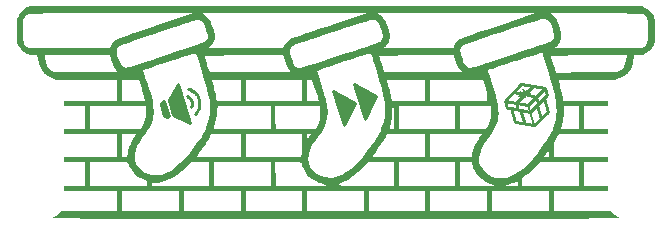
<source format=gbr>
G04 #@! TF.GenerationSoftware,KiCad,Pcbnew,7.0.8*
G04 #@! TF.CreationDate,2023-11-05T18:38:43+01:00*
G04 #@! TF.ProjectId,Middle,4d696464-6c65-42e6-9b69-6361645f7063,rev?*
G04 #@! TF.SameCoordinates,Original*
G04 #@! TF.FileFunction,Legend,Top*
G04 #@! TF.FilePolarity,Positive*
%FSLAX46Y46*%
G04 Gerber Fmt 4.6, Leading zero omitted, Abs format (unit mm)*
G04 Created by KiCad (PCBNEW 7.0.8) date 2023-11-05 18:38:43*
%MOMM*%
%LPD*%
G01*
G04 APERTURE LIST*
G04 Aperture macros list*
%AMRoundRect*
0 Rectangle with rounded corners*
0 $1 Rounding radius*
0 $2 $3 $4 $5 $6 $7 $8 $9 X,Y pos of 4 corners*
0 Add a 4 corners polygon primitive as box body*
4,1,4,$2,$3,$4,$5,$6,$7,$8,$9,$2,$3,0*
0 Add four circle primitives for the rounded corners*
1,1,$1+$1,$2,$3*
1,1,$1+$1,$4,$5*
1,1,$1+$1,$6,$7*
1,1,$1+$1,$8,$9*
0 Add four rect primitives between the rounded corners*
20,1,$1+$1,$2,$3,$4,$5,0*
20,1,$1+$1,$4,$5,$6,$7,0*
20,1,$1+$1,$6,$7,$8,$9,0*
20,1,$1+$1,$8,$9,$2,$3,0*%
G04 Aperture macros list end*
%ADD10C,0.230420*%
%ADD11C,0.256022*%
%ADD12C,0.242587*%
%ADD13C,0.255004*%
%ADD14C,0.161307*%
%ADD15C,0.230426*%
%ADD16C,0.161724*%
%ADD17R,1.700000X1.700000*%
%ADD18O,1.700000X1.700000*%
%ADD19RoundRect,0.205000X0.557000X-0.205000X0.557000X0.205000X-0.557000X0.205000X-0.557000X-0.205000X0*%
%ADD20RoundRect,0.215500X0.546500X-0.215500X0.546500X0.215500X-0.546500X0.215500X-0.546500X-0.215500X0*%
%ADD21RoundRect,0.250000X0.512000X-0.250000X0.512000X0.250000X-0.512000X0.250000X-0.512000X-0.250000X0*%
%ADD22O,2.200000X1.000000*%
G04 APERTURE END LIST*
D10*
X117606128Y-67009845D02*
X117683716Y-67041492D01*
X118239790Y-67521935D02*
X118282161Y-67593720D01*
D11*
X117772197Y-68016026D02*
X117781739Y-68049930D01*
X117441656Y-67631966D02*
X117472746Y-67648106D01*
D10*
X117830790Y-67119100D02*
X117899882Y-67164697D01*
D12*
X145256958Y-68156818D02*
X145438330Y-68739170D01*
D11*
X117718201Y-68519843D02*
X117700000Y-68550000D01*
X117747656Y-67950227D02*
X117760800Y-67982699D01*
D13*
X117669073Y-69828709D02*
X116241241Y-69205087D01*
X115836798Y-67906611D01*
X116657992Y-66582481D01*
X117669073Y-69828709D01*
G36*
X117669073Y-69828709D02*
G01*
X116241241Y-69205087D01*
X115836798Y-67906611D01*
X116657992Y-66582481D01*
X117669073Y-69828709D01*
G37*
D12*
X147660488Y-66929094D02*
X146239511Y-68329941D01*
D11*
X117678665Y-67830030D02*
X117698271Y-67858511D01*
D10*
X118206837Y-68938551D02*
X118156088Y-69005916D01*
D11*
X117732819Y-67918666D02*
X117747656Y-67950227D01*
D10*
X118422872Y-68404838D02*
X118407337Y-68485912D01*
X118156088Y-69005916D02*
X118100545Y-69070277D01*
D11*
X117789738Y-68325063D02*
X117782353Y-68358791D01*
D14*
X145966169Y-67452393D02*
X146446051Y-67307337D01*
D10*
X118420369Y-67991020D02*
X118431756Y-68074039D01*
X118319926Y-67668519D02*
X118352889Y-67746150D01*
X117443836Y-66961775D02*
X117526102Y-66983212D01*
D11*
X117795285Y-68291009D02*
X117789738Y-68325063D01*
D12*
X144274405Y-67983747D02*
X145693306Y-66576272D01*
X145256958Y-68156818D02*
X145967440Y-67456401D01*
D15*
X133380805Y-67593146D02*
X132430158Y-69491755D01*
X131520185Y-66570192D01*
X133380805Y-67593146D01*
G36*
X133380805Y-67593146D02*
G01*
X132430158Y-69491755D01*
X131520185Y-66570192D01*
X133380805Y-67593146D01*
G37*
D14*
X145967433Y-67456414D02*
X146035454Y-67674802D01*
D12*
X145438330Y-68739170D02*
X145256958Y-68156818D01*
D16*
X146420896Y-68912280D02*
X146783666Y-70076970D01*
D11*
X117585914Y-67728098D02*
X117611147Y-67751668D01*
D10*
X118329725Y-68721044D02*
X118293714Y-68795853D01*
X118193010Y-67453346D02*
X118239790Y-67521935D01*
D11*
X117798871Y-68153060D02*
X117800786Y-68187653D01*
D12*
X145966182Y-67452367D02*
X144984887Y-67283317D01*
X145967440Y-67456401D02*
X146949993Y-67629498D01*
D10*
X118282161Y-67593720D02*
X118319926Y-67668519D01*
X117899882Y-67164697D02*
X117965748Y-67214581D01*
D11*
X117611147Y-67751668D02*
X117635051Y-67776552D01*
X117798982Y-68256704D02*
X117795285Y-68291009D01*
X117789359Y-68084122D02*
X117795066Y-68118524D01*
D10*
X117683716Y-67041492D02*
X117758669Y-67077971D01*
D11*
X117762105Y-68424959D02*
X117749265Y-68457247D01*
X117782353Y-68358791D02*
X117773138Y-68392115D01*
D10*
X118431756Y-68074039D02*
X118437641Y-68157191D01*
D11*
X117657574Y-67802691D02*
X117678665Y-67830030D01*
D12*
X146677922Y-66755984D02*
X145966182Y-67452367D01*
X147967798Y-68909608D02*
X146783667Y-70076970D01*
X146783666Y-70076970D02*
X145146078Y-69788479D01*
X145146077Y-69788479D02*
X144783307Y-68623776D01*
X144783307Y-68623776D02*
X146420896Y-68912280D01*
X146420896Y-68912280D02*
X147605041Y-67744918D01*
X147605041Y-67744918D02*
X147967798Y-68909608D01*
D10*
X118087014Y-67326481D02*
X118142019Y-67388134D01*
X118293714Y-68795853D02*
X118252732Y-68868443D01*
D13*
X115880014Y-69317614D02*
X115678986Y-69380207D01*
X115451688Y-69272946D01*
X115148365Y-68299082D01*
X115274544Y-68081732D01*
X115475585Y-68019139D01*
X115880014Y-69317614D01*
G36*
X115880014Y-69317614D02*
G01*
X115678986Y-69380207D01*
X115451688Y-69272946D01*
X115148365Y-68299082D01*
X115274544Y-68081732D01*
X115475585Y-68019139D01*
X115880014Y-69317614D01*
G37*
D11*
X117472746Y-67648106D02*
X117502769Y-67665846D01*
D10*
X117526102Y-66983212D02*
X117606128Y-67009845D01*
D11*
X117531673Y-67685130D02*
X117559406Y-67705900D01*
D12*
X144274405Y-67983747D02*
X144455790Y-68566085D01*
D10*
X117965748Y-67214581D02*
X118028191Y-67268570D01*
D12*
X145693306Y-66576272D02*
X147660488Y-66929094D01*
D10*
X118360705Y-68644276D02*
X118329725Y-68721044D01*
D11*
X117749265Y-68457247D02*
X117734626Y-68488900D01*
D12*
X147605041Y-67744918D02*
X147841860Y-67511445D01*
D11*
X117502769Y-67665846D02*
X117531673Y-67685130D01*
D14*
X145967427Y-67456414D02*
X146154661Y-67063709D01*
D12*
X146950006Y-67629511D02*
X147131378Y-68211863D01*
D10*
X118142019Y-67388134D02*
X118193010Y-67453346D01*
D14*
X145967433Y-67456414D02*
X145830367Y-67016369D01*
D10*
X118407337Y-68485912D02*
X118386595Y-68565811D01*
D11*
X117800819Y-68222227D02*
X117798982Y-68256704D01*
D10*
X118028191Y-67268570D02*
X118087014Y-67326481D01*
X118438083Y-68240217D02*
X118433140Y-68322853D01*
X117758669Y-67077971D02*
X117830790Y-67119100D01*
D12*
X147375719Y-69493296D02*
X147012962Y-68328592D01*
D11*
X117734626Y-68488900D02*
X117718201Y-68519843D01*
X117795066Y-68118524D02*
X117798871Y-68153060D01*
X117559406Y-67705900D02*
X117585914Y-67728098D01*
D10*
X118386595Y-68565811D02*
X118360705Y-68644276D01*
D11*
X117773138Y-68392115D02*
X117762105Y-68424959D01*
X117635051Y-67776552D02*
X117657574Y-67802691D01*
X117760800Y-67982699D02*
X117772197Y-68016026D01*
D10*
X118433140Y-68322853D02*
X118422872Y-68404838D01*
D11*
X117781739Y-68049930D02*
X117789359Y-68084122D01*
D10*
X118252732Y-68868443D02*
X118206837Y-68938551D01*
D12*
X146239511Y-68329941D02*
X144274405Y-67983747D01*
D11*
X117698271Y-67858511D02*
X117716339Y-67888075D01*
D12*
X147841860Y-67511445D02*
X147660488Y-66929094D01*
D14*
X145967433Y-67456414D02*
X145483426Y-67604972D01*
D12*
X145964872Y-69932731D02*
X145602115Y-68768041D01*
D11*
X117409550Y-67617485D02*
X117441656Y-67631966D01*
X117716339Y-67888075D02*
X117732819Y-67918666D01*
D10*
X118437641Y-68157191D02*
X118438083Y-68240217D01*
D15*
X131620534Y-68141413D02*
X130669874Y-70040009D01*
X129759914Y-67118445D01*
X131620534Y-68141413D01*
G36*
X131620534Y-68141413D02*
G01*
X130669874Y-70040009D01*
X129759914Y-67118445D01*
X131620534Y-68141413D01*
G37*
D10*
X118380852Y-67826431D02*
X118403420Y-67908397D01*
D12*
X144455790Y-68566085D02*
X144783307Y-68623789D01*
D11*
X117800786Y-68187653D02*
X117800819Y-68222227D01*
D16*
X146239511Y-68329941D02*
X146420896Y-68912280D01*
D10*
X118403420Y-67908397D02*
X118420369Y-67991020D01*
X118352889Y-67746150D02*
X118380852Y-67826431D01*
D14*
X145967433Y-67456414D02*
X145592971Y-67248012D01*
G36*
X156191404Y-60112347D02*
G01*
X156487748Y-60299526D01*
X156722572Y-60541871D01*
X156899611Y-60838317D01*
X156935347Y-60916693D01*
X156962515Y-60987952D01*
X156982289Y-61064848D01*
X156995844Y-61160131D01*
X157004353Y-61286553D01*
X157008990Y-61456868D01*
X157010931Y-61683827D01*
X157011348Y-61980182D01*
X157011352Y-62051920D01*
X157010887Y-62367366D01*
X157008839Y-62610495D01*
X157004224Y-62793799D01*
X156996061Y-62929765D01*
X156983367Y-63030885D01*
X156965162Y-63109648D01*
X156940462Y-63178543D01*
X156918942Y-63227241D01*
X156749777Y-63503373D01*
X156521362Y-63744292D01*
X156250330Y-63938923D01*
X155953313Y-64076190D01*
X155646946Y-64145014D01*
X155531913Y-64150918D01*
X155255429Y-64150918D01*
X155235670Y-64288731D01*
X155179825Y-64634295D01*
X155118741Y-64911147D01*
X155046375Y-65135380D01*
X154956682Y-65323085D01*
X154843618Y-65490355D01*
X154737842Y-65614256D01*
X154624177Y-65728137D01*
X154506315Y-65821431D01*
X154364768Y-65905872D01*
X154180044Y-65993192D01*
X153951382Y-66087680D01*
X153661436Y-66203141D01*
X151255008Y-66219275D01*
X150812055Y-66222469D01*
X150395484Y-66225904D01*
X150012831Y-66229491D01*
X149671631Y-66233138D01*
X149379420Y-66236752D01*
X149143735Y-66240244D01*
X148972110Y-66243521D01*
X148872083Y-66246491D01*
X148848581Y-66248471D01*
X148858523Y-66291994D01*
X148885804Y-66402404D01*
X148926605Y-66564459D01*
X148977107Y-66762918D01*
X148994114Y-66829362D01*
X149053409Y-67067663D01*
X149109465Y-67305341D01*
X149156236Y-67515965D01*
X149187673Y-67673108D01*
X149189285Y-67682236D01*
X149238923Y-67967279D01*
X151142750Y-67967279D01*
X153046578Y-67967279D01*
X153046578Y-68179299D01*
X153046578Y-68391319D01*
X152028881Y-68391319D01*
X151011185Y-68391319D01*
X151011185Y-69387813D01*
X151011185Y-70384307D01*
X152028881Y-70384307D01*
X153046578Y-70384307D01*
X153046578Y-70596327D01*
X153046578Y-70808347D01*
X150953726Y-70808347D01*
X148860874Y-70808347D01*
X148642708Y-71191281D01*
X148424541Y-71574214D01*
X148424541Y-72166573D01*
X148424541Y-72758932D01*
X150735559Y-72758932D01*
X153046578Y-72758932D01*
X153046578Y-72970952D01*
X153046578Y-73182972D01*
X152028881Y-73182972D01*
X151011185Y-73182972D01*
X151011185Y-74179466D01*
X151011185Y-75175960D01*
X152028881Y-75175960D01*
X153046578Y-75175960D01*
X153046578Y-75387980D01*
X153046578Y-75600000D01*
X150735559Y-75600000D01*
X148424541Y-75600000D01*
X148424541Y-76469282D01*
X148424541Y-77338564D01*
X150854453Y-77338564D01*
X153284365Y-77338564D01*
X153430496Y-77490587D01*
X153641250Y-77669769D01*
X153896697Y-77826145D01*
X154100070Y-77915527D01*
X154099567Y-77919531D01*
X154073873Y-77923346D01*
X154021151Y-77926976D01*
X153939560Y-77930425D01*
X153827263Y-77933698D01*
X153682421Y-77936798D01*
X153503194Y-77939730D01*
X153287745Y-77942498D01*
X153034233Y-77945107D01*
X152740821Y-77947560D01*
X152405670Y-77949861D01*
X152026941Y-77952016D01*
X151602794Y-77954027D01*
X151131392Y-77955900D01*
X150610895Y-77957638D01*
X150039465Y-77959247D01*
X149415262Y-77960729D01*
X148736449Y-77962089D01*
X148001186Y-77963332D01*
X147207634Y-77964461D01*
X146353954Y-77965481D01*
X145438309Y-77966396D01*
X144458858Y-77967211D01*
X143413764Y-77967929D01*
X142301187Y-77968554D01*
X141119288Y-77969091D01*
X139866230Y-77969545D01*
X138540172Y-77969919D01*
X137139277Y-77970217D01*
X135661704Y-77970444D01*
X134105617Y-77970604D01*
X132469175Y-77970701D01*
X130750540Y-77970739D01*
X130000000Y-77970739D01*
X128276484Y-77970713D01*
X126635787Y-77970655D01*
X125075919Y-77970560D01*
X123594890Y-77970422D01*
X122190711Y-77970236D01*
X120861394Y-77969997D01*
X119604947Y-77969698D01*
X118419382Y-77969335D01*
X117302709Y-77968902D01*
X116252940Y-77968393D01*
X115268083Y-77967804D01*
X114346151Y-77967129D01*
X113485152Y-77966362D01*
X112683099Y-77965497D01*
X111938002Y-77964531D01*
X111247870Y-77963456D01*
X110610715Y-77962268D01*
X110024546Y-77960961D01*
X109487376Y-77959529D01*
X108997214Y-77957968D01*
X108552070Y-77956272D01*
X108149955Y-77954435D01*
X107788881Y-77952452D01*
X107466856Y-77950318D01*
X107181892Y-77948027D01*
X106932000Y-77945573D01*
X106715189Y-77942952D01*
X106529471Y-77940157D01*
X106372856Y-77937183D01*
X106243355Y-77934026D01*
X106138977Y-77930679D01*
X106057734Y-77927137D01*
X105997636Y-77923394D01*
X105956693Y-77919446D01*
X105932917Y-77915286D01*
X105924317Y-77910910D01*
X105928905Y-77906311D01*
X105932372Y-77904951D01*
X106261851Y-77745551D01*
X106549010Y-77512712D01*
X106569504Y-77491602D01*
X106715635Y-77338564D01*
X109103143Y-77338564D01*
X111490651Y-77338564D01*
X111490651Y-76469282D01*
X111490651Y-75600000D01*
X111872287Y-75600000D01*
X111872287Y-76469282D01*
X111872287Y-77338564D01*
X114289315Y-77338564D01*
X116706344Y-77338564D01*
X116706344Y-76469282D01*
X116706344Y-75600000D01*
X117130384Y-75600000D01*
X117130384Y-76469282D01*
X117130384Y-77338564D01*
X119526210Y-77338564D01*
X121922037Y-77338564D01*
X121922037Y-76469282D01*
X121922037Y-75600000D01*
X122346077Y-75600000D01*
X122346077Y-76469282D01*
X122346077Y-77338564D01*
X124741903Y-77338564D01*
X127137730Y-77338564D01*
X127137730Y-76469282D01*
X127137730Y-75600000D01*
X127561770Y-75600000D01*
X127561770Y-76469282D01*
X127561770Y-77338564D01*
X129957596Y-77338564D01*
X132353422Y-77338564D01*
X132353422Y-76469282D01*
X132353422Y-75600000D01*
X132777462Y-75600000D01*
X132777462Y-76469282D01*
X132777462Y-77338564D01*
X135173289Y-77338564D01*
X137569115Y-77338564D01*
X137569115Y-76469282D01*
X137569115Y-75600000D01*
X137993155Y-75600000D01*
X137993155Y-76469282D01*
X137993155Y-77338564D01*
X140388982Y-77338564D01*
X142784808Y-77338564D01*
X142784808Y-76469282D01*
X142784808Y-75600000D01*
X143208848Y-75600000D01*
X143208848Y-76469282D01*
X143208848Y-77338564D01*
X145625876Y-77338564D01*
X148042905Y-77338564D01*
X148042905Y-76469282D01*
X148042905Y-75600000D01*
X145625876Y-75600000D01*
X143208848Y-75600000D01*
X142784808Y-75600000D01*
X140388982Y-75600000D01*
X137993155Y-75600000D01*
X137569115Y-75600000D01*
X135173289Y-75600000D01*
X132777462Y-75600000D01*
X132353422Y-75600000D01*
X129957596Y-75600000D01*
X127561770Y-75600000D01*
X127137730Y-75600000D01*
X124741903Y-75600000D01*
X122346077Y-75600000D01*
X121922037Y-75600000D01*
X119526210Y-75600000D01*
X117130384Y-75600000D01*
X116706344Y-75600000D01*
X114289315Y-75600000D01*
X111872287Y-75600000D01*
X111490651Y-75600000D01*
X109222037Y-75600000D01*
X106953422Y-75600000D01*
X106953422Y-75387980D01*
X106953422Y-75175960D01*
X107865108Y-75175960D01*
X108776795Y-75175960D01*
X108776795Y-74179466D01*
X108776795Y-73182972D01*
X109200835Y-73182972D01*
X109200835Y-74179466D01*
X109200835Y-75175960D01*
X111596661Y-75175960D01*
X113992487Y-75175960D01*
X113992487Y-74992074D01*
X113992487Y-74900334D01*
X114416412Y-74900334D01*
X114416470Y-75038147D01*
X114416528Y-75175960D01*
X116833556Y-75175960D01*
X119250584Y-75175960D01*
X119250584Y-74179466D01*
X119250584Y-73182972D01*
X119632220Y-73182972D01*
X119632220Y-74179466D01*
X119632220Y-75175960D01*
X122049249Y-75175960D01*
X124466277Y-75175960D01*
X124466277Y-74179466D01*
X124466277Y-73182972D01*
X124834955Y-73182972D01*
X124862443Y-73660017D01*
X124874135Y-73912060D01*
X124883396Y-74205088D01*
X124889009Y-74495286D01*
X124890124Y-74656511D01*
X124890317Y-75175960D01*
X127286144Y-75175960D01*
X127770337Y-75175295D01*
X128213376Y-75173366D01*
X128609344Y-75170265D01*
X128952322Y-75166089D01*
X129236394Y-75160932D01*
X129455642Y-75154889D01*
X129604149Y-75148055D01*
X129675998Y-75140525D01*
X129681970Y-75137526D01*
X129648542Y-75114787D01*
X129603874Y-75119514D01*
X129494004Y-75126538D01*
X129326745Y-75112039D01*
X129307129Y-75108937D01*
X130113502Y-75108937D01*
X130116778Y-75123303D01*
X130137179Y-75135479D01*
X130181037Y-75145643D01*
X130254685Y-75153973D01*
X130364454Y-75160648D01*
X130516679Y-75165844D01*
X130717691Y-75169740D01*
X130973824Y-75172514D01*
X131291409Y-75174344D01*
X131676779Y-75175407D01*
X132136268Y-75175882D01*
X132498727Y-75175960D01*
X134897663Y-75175960D01*
X134897663Y-74179466D01*
X134897663Y-73182972D01*
X135321703Y-73182972D01*
X135321703Y-74179466D01*
X135321703Y-75175960D01*
X137717529Y-75175960D01*
X140113356Y-75175960D01*
X140113356Y-74179466D01*
X140113356Y-73182972D01*
X140537396Y-73182972D01*
X140537396Y-74179466D01*
X140537396Y-75175960D01*
X142095743Y-75172427D01*
X142498363Y-75171265D01*
X142778678Y-75169819D01*
X144247746Y-75169819D01*
X144809599Y-75172890D01*
X145371452Y-75175960D01*
X145753088Y-75175960D01*
X148170117Y-75175960D01*
X150587145Y-75175960D01*
X150587145Y-74179466D01*
X150587145Y-73182972D01*
X148911616Y-73182972D01*
X147236087Y-73182972D01*
X146808616Y-73626788D01*
X146623028Y-73813056D01*
X146424856Y-74001287D01*
X146236600Y-74170715D01*
X146080762Y-74300575D01*
X146067116Y-74311130D01*
X145753088Y-74551656D01*
X145753088Y-74863808D01*
X145753088Y-75175960D01*
X145371452Y-75175960D01*
X145371452Y-74986191D01*
X145368692Y-74870601D01*
X145351850Y-74821765D01*
X145308085Y-74821642D01*
X145265155Y-74836837D01*
X145148496Y-74886611D01*
X145032422Y-74942634D01*
X144929605Y-74984536D01*
X144775087Y-75034706D01*
X144599986Y-75083152D01*
X144576867Y-75088918D01*
X144247746Y-75169819D01*
X142778678Y-75169819D01*
X142822683Y-75169592D01*
X143075209Y-75167114D01*
X143262447Y-75163533D01*
X143390906Y-75158552D01*
X143467091Y-75151876D01*
X143497510Y-75143207D01*
X143488670Y-75132250D01*
X143447077Y-75118707D01*
X143420868Y-75112045D01*
X143066302Y-74995883D01*
X142711674Y-74825924D01*
X142382145Y-74616838D01*
X142102879Y-74383294D01*
X142017666Y-74294002D01*
X141882866Y-74116037D01*
X141751660Y-73897856D01*
X141638808Y-73668230D01*
X141559068Y-73455933D01*
X141533465Y-73350074D01*
X141505233Y-73182972D01*
X141021314Y-73182972D01*
X140537396Y-73182972D01*
X140113356Y-73182972D01*
X137717529Y-73182972D01*
X135321703Y-73182972D01*
X134897663Y-73182972D01*
X133801208Y-73182972D01*
X132704753Y-73182972D01*
X132264063Y-73632066D01*
X131825212Y-74050426D01*
X131401656Y-74393572D01*
X130984597Y-74667605D01*
X130565238Y-74878624D01*
X130339232Y-74966933D01*
X130217122Y-75021048D01*
X130134068Y-75078431D01*
X130113502Y-75108937D01*
X129307129Y-75108937D01*
X129125523Y-75080218D01*
X128913760Y-75035278D01*
X128714882Y-74981421D01*
X128586538Y-74937021D01*
X128296333Y-74800940D01*
X128008697Y-74627777D01*
X127750915Y-74435712D01*
X127557899Y-74251598D01*
X127459227Y-74123687D01*
X127353881Y-73960310D01*
X127253361Y-73782906D01*
X127169165Y-73612917D01*
X127112791Y-73471782D01*
X127095326Y-73389055D01*
X127094593Y-73327957D01*
X127086146Y-73280307D01*
X127060613Y-73244436D01*
X127008622Y-73218671D01*
X126920798Y-73201342D01*
X126787771Y-73190779D01*
X126600167Y-73185309D01*
X126348614Y-73183262D01*
X126023739Y-73182967D01*
X125939402Y-73182972D01*
X124834955Y-73182972D01*
X124466277Y-73182972D01*
X122049249Y-73182972D01*
X119632220Y-73182972D01*
X119250584Y-73182972D01*
X118512382Y-73182972D01*
X117774180Y-73182972D01*
X117408316Y-73544740D01*
X116974862Y-73938053D01*
X116534378Y-74269921D01*
X116093510Y-74537043D01*
X115658902Y-74736121D01*
X115237201Y-74863852D01*
X114835052Y-74916938D01*
X114649369Y-74914841D01*
X114416412Y-74900334D01*
X113992487Y-74900334D01*
X113992487Y-74808188D01*
X113630683Y-74628907D01*
X113251710Y-74403829D01*
X112936022Y-74137577D01*
X112690475Y-73836619D01*
X112575689Y-73633802D01*
X112503761Y-73480126D01*
X112445011Y-73349140D01*
X112410404Y-73265401D01*
X112407565Y-73257179D01*
X112396597Y-73238042D01*
X112371814Y-73222495D01*
X112325171Y-73210167D01*
X112248619Y-73200690D01*
X112134110Y-73193693D01*
X111973599Y-73188807D01*
X111759036Y-73185662D01*
X111482376Y-73183889D01*
X111135570Y-73183117D01*
X110792316Y-73182972D01*
X109200835Y-73182972D01*
X108776795Y-73182972D01*
X107865108Y-73182972D01*
X106953422Y-73182972D01*
X106953422Y-72970952D01*
X106953422Y-72759855D01*
X112974791Y-72759855D01*
X112980384Y-72949265D01*
X113002951Y-73093348D01*
X113051171Y-73231180D01*
X113104697Y-73344582D01*
X113288161Y-73624859D01*
X113539966Y-73864620D01*
X113864993Y-74068323D01*
X113935888Y-74103538D01*
X114300174Y-74243366D01*
X114655343Y-74304814D01*
X115019865Y-74289699D01*
X115284234Y-74236166D01*
X115630235Y-74110037D01*
X115998413Y-73907547D01*
X116384297Y-73632846D01*
X116783414Y-73290084D01*
X117143152Y-72931407D01*
X127654629Y-72931407D01*
X127696958Y-73266291D01*
X127819080Y-73572584D01*
X128021003Y-73850245D01*
X128088258Y-73919379D01*
X128414248Y-74180505D01*
X128772129Y-74364607D01*
X129155049Y-74470103D01*
X129556157Y-74495411D01*
X129968603Y-74438950D01*
X130137297Y-74392461D01*
X130492820Y-74244846D01*
X130870281Y-74021782D01*
X131264298Y-73728111D01*
X131669491Y-73368672D01*
X132080480Y-72948305D01*
X132115847Y-72907346D01*
X142131842Y-72907346D01*
X142133174Y-73106698D01*
X142146095Y-73252101D01*
X142176002Y-73374185D01*
X142228291Y-73503583D01*
X142242198Y-73533649D01*
X142406856Y-73795626D01*
X142638673Y-74038383D01*
X142920249Y-74249204D01*
X143234184Y-74415372D01*
X143563077Y-74524170D01*
X143611686Y-74534570D01*
X143879005Y-74559804D01*
X144183221Y-74543490D01*
X144489061Y-74488617D01*
X144629382Y-74448375D01*
X145007529Y-74286975D01*
X145404210Y-74047263D01*
X145815411Y-73732682D01*
X146237118Y-73346677D01*
X146665317Y-72892690D01*
X146776414Y-72758932D01*
X147574461Y-72758932D01*
X147808683Y-72758932D01*
X148042905Y-72758932D01*
X148042905Y-72483305D01*
X148038448Y-72343265D01*
X148026784Y-72244643D01*
X148011102Y-72209422D01*
X147972755Y-72242050D01*
X147899169Y-72327153D01*
X147804394Y-72448195D01*
X147776880Y-72485048D01*
X147574461Y-72758932D01*
X146776414Y-72758932D01*
X147095994Y-72374165D01*
X147191965Y-72250083D01*
X147567363Y-71741266D01*
X147880669Y-71276051D01*
X148135748Y-70844735D01*
X148336469Y-70437614D01*
X148356865Y-70384307D01*
X149026217Y-70384307D01*
X149806681Y-70384307D01*
X150587145Y-70384307D01*
X150587145Y-69387813D01*
X150587145Y-68391319D01*
X149925068Y-68391319D01*
X149262992Y-68391319D01*
X149290918Y-68577547D01*
X149300891Y-68749632D01*
X149292096Y-68980847D01*
X149267137Y-69248253D01*
X149228619Y-69528908D01*
X149179148Y-69799873D01*
X149127590Y-70015848D01*
X149026217Y-70384307D01*
X148356865Y-70384307D01*
X148486698Y-70044984D01*
X148590301Y-69657140D01*
X148651147Y-69264378D01*
X148673103Y-68856994D01*
X148666974Y-68548615D01*
X148654329Y-68333998D01*
X148635650Y-68126870D01*
X148608813Y-67918318D01*
X148571690Y-67699427D01*
X148522154Y-67461283D01*
X148458081Y-67194973D01*
X148377344Y-66891583D01*
X148277816Y-66542199D01*
X148157371Y-66137907D01*
X148013883Y-65669792D01*
X147870539Y-65209714D01*
X147775072Y-64903206D01*
X147688431Y-64621818D01*
X147613758Y-64376018D01*
X147562669Y-64204683D01*
X148182346Y-64204683D01*
X148182728Y-64207429D01*
X148202811Y-64266806D01*
X148242937Y-64390700D01*
X148297841Y-64562681D01*
X148362258Y-64766323D01*
X148383202Y-64832888D01*
X148451066Y-65047444D01*
X148512696Y-65239713D01*
X148562286Y-65391763D01*
X148594029Y-65485662D01*
X148598822Y-65498812D01*
X148635653Y-65595789D01*
X151190949Y-65583620D01*
X151723676Y-65580935D01*
X152178301Y-65578200D01*
X152561529Y-65575198D01*
X152880065Y-65571710D01*
X153140616Y-65567519D01*
X153349886Y-65562408D01*
X153514581Y-65556158D01*
X153641406Y-65548551D01*
X153737068Y-65539370D01*
X153808270Y-65528397D01*
X153861720Y-65515414D01*
X153904122Y-65500203D01*
X153915860Y-65495096D01*
X154157594Y-65341506D01*
X154356559Y-65124564D01*
X154504400Y-64858430D01*
X154592765Y-64557264D01*
X154615023Y-64309933D01*
X154615526Y-64150918D01*
X151388285Y-64150918D01*
X150775335Y-64151128D01*
X150242130Y-64151817D01*
X149783608Y-64153074D01*
X149394706Y-64154988D01*
X149070362Y-64157649D01*
X148805513Y-64161147D01*
X148595099Y-64165569D01*
X148434055Y-64171006D01*
X148317320Y-64177546D01*
X148239832Y-64185280D01*
X148196528Y-64194296D01*
X148182346Y-64204683D01*
X147562669Y-64204683D01*
X147554197Y-64176271D01*
X147512893Y-64033046D01*
X147492989Y-63956809D01*
X147491653Y-63948194D01*
X147459780Y-63899942D01*
X147441992Y-63896494D01*
X147395857Y-63909259D01*
X147278181Y-63945640D01*
X147097762Y-64002767D01*
X146863392Y-64077768D01*
X146583869Y-64167773D01*
X146267985Y-64269911D01*
X145924536Y-64381312D01*
X145562318Y-64499104D01*
X145190124Y-64620417D01*
X144816751Y-64742381D01*
X144450992Y-64862124D01*
X144101643Y-64976776D01*
X143777499Y-65083466D01*
X143487354Y-65179323D01*
X143240004Y-65261477D01*
X143044244Y-65327056D01*
X142908868Y-65373191D01*
X142842671Y-65397010D01*
X142837572Y-65399414D01*
X142847589Y-65440545D01*
X142881729Y-65549926D01*
X142936105Y-65715757D01*
X143006826Y-65926240D01*
X143090005Y-66169577D01*
X143121573Y-66260996D01*
X143296797Y-66779044D01*
X143439795Y-67230196D01*
X143553007Y-67624956D01*
X143638874Y-67973829D01*
X143699836Y-68287318D01*
X143738333Y-68575928D01*
X143756805Y-68850162D01*
X143759306Y-69006177D01*
X143740796Y-69393253D01*
X143682118Y-69740404D01*
X143576346Y-70066147D01*
X143416552Y-70388999D01*
X143195810Y-70727476D01*
X143036076Y-70939586D01*
X142748498Y-71323609D01*
X142522523Y-71666220D01*
X142353089Y-71978431D01*
X142235136Y-72271257D01*
X142163604Y-72555710D01*
X142133431Y-72842802D01*
X142131842Y-72907346D01*
X132115847Y-72907346D01*
X132262206Y-72737845D01*
X133074290Y-72737845D01*
X133115395Y-72741858D01*
X133233509Y-72745620D01*
X133420834Y-72749060D01*
X133669574Y-72752103D01*
X133971929Y-72754677D01*
X134320101Y-72756708D01*
X134706294Y-72758123D01*
X135122707Y-72758849D01*
X135321703Y-72758932D01*
X137569115Y-72758932D01*
X137569115Y-71783639D01*
X137569115Y-70808347D01*
X137993155Y-70808347D01*
X137993155Y-71783639D01*
X137993155Y-72758932D01*
X139752922Y-72758932D01*
X140185728Y-72758764D01*
X140541285Y-72758043D01*
X140827151Y-72756443D01*
X141050886Y-72753639D01*
X141220046Y-72749303D01*
X141342190Y-72743111D01*
X141424878Y-72734736D01*
X141475667Y-72723852D01*
X141502116Y-72710132D01*
X141511784Y-72693252D01*
X141512688Y-72683033D01*
X141534929Y-72504925D01*
X141596707Y-72274751D01*
X141690605Y-72011069D01*
X141809205Y-71732437D01*
X141945090Y-71457411D01*
X142090843Y-71204549D01*
X142124652Y-71151977D01*
X142350729Y-70808347D01*
X140171942Y-70808347D01*
X137993155Y-70808347D01*
X137569115Y-70808347D01*
X135947162Y-70808448D01*
X134325209Y-70808549D01*
X134197997Y-71052268D01*
X134038775Y-71333124D01*
X133830613Y-71661741D01*
X133582681Y-72024111D01*
X133365192Y-72324406D01*
X133250336Y-72481041D01*
X133156870Y-72611785D01*
X133094872Y-72702315D01*
X133074290Y-72737845D01*
X132262206Y-72737845D01*
X132491885Y-72471851D01*
X132898325Y-71944150D01*
X132971366Y-71842943D01*
X133296988Y-71368181D01*
X133562319Y-70936009D01*
X133771965Y-70534424D01*
X133841627Y-70366165D01*
X134516027Y-70366165D01*
X134553962Y-70376989D01*
X134649934Y-70383478D01*
X134706845Y-70384307D01*
X134897663Y-70384307D01*
X134897663Y-69387813D01*
X134896841Y-69062726D01*
X134894033Y-68813508D01*
X134888725Y-68631230D01*
X134880404Y-68506967D01*
X134868556Y-68431792D01*
X134852668Y-68396776D01*
X134840349Y-68391319D01*
X135321703Y-68391319D01*
X135321703Y-69387813D01*
X135321703Y-70384307D01*
X137717529Y-70384307D01*
X140113356Y-70384307D01*
X140113356Y-69387813D01*
X140113356Y-68391319D01*
X140537396Y-68391319D01*
X140537396Y-69387813D01*
X140537396Y-70384307D01*
X141630940Y-70384307D01*
X142724485Y-70384307D01*
X142856273Y-70161686D01*
X142985064Y-69917748D01*
X143071086Y-69682790D01*
X143121091Y-69429641D01*
X143141832Y-69131130D01*
X143143437Y-69006177D01*
X143141140Y-68809109D01*
X143134287Y-68638527D01*
X143124010Y-68515367D01*
X143114276Y-68465526D01*
X143100271Y-68444350D01*
X143071257Y-68427611D01*
X143018171Y-68414794D01*
X142931953Y-68405381D01*
X142803539Y-68398857D01*
X142623868Y-68394707D01*
X142383880Y-68392414D01*
X142074511Y-68391463D01*
X141810847Y-68391319D01*
X140537396Y-68391319D01*
X140113356Y-68391319D01*
X137717529Y-68391319D01*
X135321703Y-68391319D01*
X134840349Y-68391319D01*
X134815442Y-68411073D01*
X134795841Y-68477218D01*
X134780085Y-68600078D01*
X134766709Y-68789976D01*
X134757715Y-68974374D01*
X134737521Y-69300776D01*
X134705903Y-69571663D01*
X134658909Y-69815997D01*
X134624211Y-69952726D01*
X134577884Y-70123761D01*
X134541469Y-70261547D01*
X134519856Y-70347398D01*
X134516027Y-70366165D01*
X133841627Y-70366165D01*
X133930535Y-70151422D01*
X134042635Y-69775001D01*
X134112874Y-69393156D01*
X134145859Y-68993885D01*
X134149815Y-68772955D01*
X134141913Y-68435778D01*
X134116862Y-68120062D01*
X134071072Y-67801053D01*
X134000957Y-67453997D01*
X133902926Y-67054142D01*
X133897769Y-67034391D01*
X133856651Y-66884600D01*
X133797872Y-66680689D01*
X133724813Y-66433543D01*
X133679264Y-66281918D01*
X134322361Y-66281918D01*
X134324641Y-66300304D01*
X134325677Y-66302922D01*
X134343864Y-66363429D01*
X134377496Y-66489966D01*
X134422517Y-66666028D01*
X134474869Y-66875111D01*
X134530494Y-67100709D01*
X134585334Y-67326318D01*
X134635331Y-67535433D01*
X134676428Y-67711549D01*
X134704568Y-67838162D01*
X134711405Y-67871870D01*
X134729662Y-67967279D01*
X136149389Y-67967279D01*
X137569115Y-67967279D01*
X137569115Y-67097997D01*
X137569115Y-66228714D01*
X137993155Y-66228714D01*
X137993155Y-67097997D01*
X137993155Y-67967279D01*
X140388982Y-67967279D01*
X142784808Y-67967279D01*
X142785328Y-67553840D01*
X142782532Y-67357232D01*
X142769890Y-67199725D01*
X142741878Y-67051109D01*
X142692971Y-66881172D01*
X142626357Y-66684558D01*
X142466867Y-66228714D01*
X140230011Y-66228714D01*
X137993155Y-66228714D01*
X137569115Y-66228714D01*
X135932024Y-66228714D01*
X135516219Y-66228899D01*
X135177551Y-66229688D01*
X134908348Y-66231437D01*
X134700941Y-66234499D01*
X134547659Y-66239229D01*
X134440831Y-66245982D01*
X134372786Y-66255112D01*
X134335853Y-66266972D01*
X134322361Y-66281918D01*
X133679264Y-66281918D01*
X133640852Y-66154048D01*
X133549366Y-65853090D01*
X133453734Y-65541555D01*
X133357335Y-65230328D01*
X133263547Y-64930296D01*
X133175747Y-64652345D01*
X133097316Y-64407360D01*
X133031630Y-64206228D01*
X133024383Y-64184821D01*
X133667947Y-64184821D01*
X133680091Y-64234726D01*
X133713701Y-64351304D01*
X133764540Y-64520408D01*
X133828374Y-64727892D01*
X133879967Y-64892988D01*
X133950318Y-65117442D01*
X134010799Y-65311786D01*
X134057216Y-65462429D01*
X134085373Y-65555777D01*
X134091987Y-65579953D01*
X134133321Y-65581953D01*
X134253043Y-65583855D01*
X134444735Y-65585637D01*
X134701976Y-65587272D01*
X135018347Y-65588737D01*
X135387429Y-65590006D01*
X135802803Y-65591056D01*
X136258047Y-65591862D01*
X136746744Y-65592399D01*
X137262474Y-65592642D01*
X137408328Y-65592654D01*
X140724669Y-65592654D01*
X140550836Y-65412437D01*
X140453768Y-65306221D01*
X140376998Y-65204179D01*
X140311154Y-65088053D01*
X140246869Y-64939583D01*
X140174771Y-64740507D01*
X140115656Y-64564357D01*
X139979150Y-64150918D01*
X136823548Y-64150918D01*
X136314598Y-64151362D01*
X135831074Y-64152646D01*
X135379558Y-64154700D01*
X134966632Y-64157453D01*
X134598875Y-64160835D01*
X134282868Y-64164774D01*
X134025194Y-64169199D01*
X133832432Y-64174042D01*
X133711163Y-64179229D01*
X133667969Y-64184692D01*
X133667947Y-64184821D01*
X133024383Y-64184821D01*
X132982069Y-64059835D01*
X132952010Y-63979066D01*
X132945884Y-63967178D01*
X132899553Y-63971495D01*
X132782375Y-64000582D01*
X132603067Y-64051547D01*
X132370346Y-64121500D01*
X132092930Y-64207548D01*
X131779536Y-64306800D01*
X131438881Y-64416364D01*
X131079684Y-64533349D01*
X130710661Y-64654863D01*
X130340529Y-64778015D01*
X129978007Y-64899913D01*
X129631811Y-65017665D01*
X129310659Y-65128381D01*
X129023268Y-65229167D01*
X128778356Y-65317134D01*
X128584640Y-65389388D01*
X128450837Y-65443040D01*
X128385665Y-65475196D01*
X128380779Y-65481430D01*
X128449263Y-65668224D01*
X128533256Y-65910301D01*
X128627729Y-66191872D01*
X128727657Y-66497152D01*
X128828011Y-66810354D01*
X128923763Y-67115690D01*
X129009886Y-67397375D01*
X129081352Y-67639621D01*
X129133134Y-67826642D01*
X129152186Y-67903673D01*
X129253498Y-68458223D01*
X129291716Y-68962509D01*
X129265455Y-69424443D01*
X129173329Y-69851938D01*
X129013951Y-70252909D01*
X128785935Y-70635267D01*
X128639632Y-70829549D01*
X128283102Y-71306776D01*
X128006330Y-71755616D01*
X127809322Y-72176028D01*
X127692086Y-72567972D01*
X127654629Y-72931407D01*
X117143152Y-72931407D01*
X117191289Y-72883412D01*
X117322021Y-72735466D01*
X118148080Y-72735466D01*
X118189066Y-72740326D01*
X118306348Y-72744847D01*
X118491419Y-72748921D01*
X118735765Y-72752444D01*
X119030879Y-72755308D01*
X119368249Y-72757410D01*
X119739365Y-72758642D01*
X120035058Y-72758932D01*
X121922037Y-72758932D01*
X121922037Y-71783639D01*
X121922037Y-70808347D01*
X122346077Y-70808347D01*
X122346077Y-71783639D01*
X122346077Y-72758932D01*
X124689829Y-72758932D01*
X127033581Y-72758932D01*
X127085655Y-72484420D01*
X127103727Y-72345382D01*
X127119076Y-72143825D01*
X127130512Y-71902023D01*
X127136846Y-71642252D01*
X127137730Y-71509128D01*
X127137730Y-70808347D01*
X127561770Y-70808347D01*
X127561770Y-71028848D01*
X127567471Y-71143740D01*
X127582157Y-71206497D01*
X127595912Y-71209065D01*
X127640478Y-71152039D01*
X127712426Y-71055962D01*
X127744326Y-71012596D01*
X127812747Y-70914262D01*
X127853561Y-70846305D01*
X127858598Y-70832378D01*
X127821274Y-70816486D01*
X127729512Y-70808552D01*
X127710184Y-70808347D01*
X127561770Y-70808347D01*
X127137730Y-70808347D01*
X124741903Y-70808347D01*
X122346077Y-70808347D01*
X121922037Y-70808347D01*
X120676263Y-70808347D01*
X119430489Y-70808347D01*
X119373999Y-70944726D01*
X119321504Y-71046313D01*
X119228650Y-71201222D01*
X119105449Y-71394546D01*
X118961916Y-71611379D01*
X118808064Y-71836814D01*
X118653906Y-72055946D01*
X118509456Y-72253869D01*
X118391809Y-72406835D01*
X118285082Y-72542849D01*
X118202098Y-72653142D01*
X118154716Y-72721725D01*
X118148080Y-72735466D01*
X117322021Y-72735466D01*
X117603451Y-72416979D01*
X118015426Y-71894936D01*
X118417877Y-71328637D01*
X118619167Y-71022105D01*
X118777847Y-70758150D01*
X118905820Y-70514385D01*
X118963555Y-70384307D01*
X119635982Y-70384307D01*
X122051130Y-70384307D01*
X124466277Y-70384307D01*
X124466277Y-69387813D01*
X124466277Y-68602940D01*
X124864604Y-68602940D01*
X124864755Y-68786153D01*
X124867599Y-69016506D01*
X124873082Y-69281460D01*
X124876841Y-69424590D01*
X124903819Y-70384307D01*
X126572960Y-70384307D01*
X128242102Y-70384307D01*
X128369901Y-70182888D01*
X128523085Y-69884198D01*
X128620063Y-69553168D01*
X128664836Y-69173892D01*
X128669035Y-68993821D01*
X128666483Y-68801589D01*
X128659737Y-68634654D01*
X128649945Y-68515489D01*
X128642515Y-68474372D01*
X128633756Y-68454480D01*
X128616280Y-68438046D01*
X128582594Y-68424740D01*
X128525204Y-68414232D01*
X128436620Y-68406192D01*
X128309348Y-68400291D01*
X128135896Y-68396199D01*
X127908771Y-68393586D01*
X127620481Y-68392121D01*
X127263534Y-68391476D01*
X126830436Y-68391320D01*
X126755739Y-68391319D01*
X126366714Y-68392131D01*
X126004259Y-68394454D01*
X125677084Y-68398118D01*
X125393901Y-68402953D01*
X125163419Y-68408788D01*
X124994350Y-68415453D01*
X124895405Y-68422779D01*
X124872593Y-68428096D01*
X124867198Y-68479408D01*
X124864604Y-68602940D01*
X124466277Y-68602940D01*
X124466277Y-68391319D01*
X122225110Y-68391319D01*
X119983943Y-68391319D01*
X119954509Y-68847162D01*
X119920157Y-69197942D01*
X119864336Y-69556185D01*
X119792582Y-69892282D01*
X119710433Y-70176621D01*
X119700775Y-70204090D01*
X119635982Y-70384307D01*
X118963555Y-70384307D01*
X119014991Y-70268422D01*
X119100390Y-70045075D01*
X119239005Y-69572645D01*
X119317258Y-69084078D01*
X119335153Y-68569895D01*
X119292695Y-68020615D01*
X119189890Y-67426759D01*
X119101918Y-67055463D01*
X119060065Y-66901035D01*
X119000710Y-66693086D01*
X118927207Y-66442470D01*
X118881003Y-66287656D01*
X119521733Y-66287656D01*
X119526062Y-66302922D01*
X119558267Y-66400814D01*
X119603183Y-66561733D01*
X119656011Y-66765727D01*
X119711951Y-66992841D01*
X119766201Y-67223122D01*
X119813962Y-67436619D01*
X119850433Y-67613376D01*
X119870815Y-67733442D01*
X119871438Y-67738550D01*
X119898321Y-67967279D01*
X120910179Y-67967279D01*
X121922037Y-67967279D01*
X121922037Y-67097997D01*
X121922037Y-66228714D01*
X122346077Y-66228714D01*
X122346077Y-67097997D01*
X122346077Y-67967279D01*
X124741903Y-67967279D01*
X127137730Y-67967279D01*
X127137730Y-67097997D01*
X127137730Y-66228714D01*
X124741903Y-66228714D01*
X122346077Y-66228714D01*
X121922037Y-66228714D01*
X120708986Y-66228714D01*
X120356586Y-66228988D01*
X120080152Y-66230180D01*
X119870843Y-66232843D01*
X119719818Y-66237534D01*
X119618235Y-66244806D01*
X119557254Y-66255213D01*
X119528034Y-66269312D01*
X119521733Y-66287656D01*
X118881003Y-66287656D01*
X118862089Y-66224282D01*
X127561770Y-66224282D01*
X127561770Y-67095781D01*
X127561770Y-67967279D01*
X128052785Y-67967279D01*
X128543800Y-67967279D01*
X128514529Y-67829466D01*
X128491799Y-67744753D01*
X128447031Y-67595822D01*
X128385274Y-67398819D01*
X128311574Y-67169894D01*
X128246135Y-66970785D01*
X128007012Y-66249916D01*
X127784391Y-66237099D01*
X127561770Y-66224282D01*
X118862089Y-66224282D01*
X118842915Y-66160039D01*
X118751189Y-65856648D01*
X118655387Y-65543151D01*
X118558864Y-65230399D01*
X118464978Y-64929248D01*
X118377084Y-64650550D01*
X118298541Y-64405160D01*
X118232703Y-64203930D01*
X118225483Y-64182721D01*
X118869585Y-64182721D01*
X118881797Y-64235351D01*
X118913757Y-64347699D01*
X118959394Y-64498702D01*
X118976525Y-64553756D01*
X119044252Y-64770737D01*
X119120540Y-65016424D01*
X119189124Y-65238432D01*
X119190474Y-65242821D01*
X119298120Y-65592654D01*
X122755874Y-65592654D01*
X126213627Y-65592654D01*
X126082282Y-65443061D01*
X125983802Y-65318919D01*
X125898532Y-65180510D01*
X125817766Y-65009891D01*
X125732799Y-64789120D01*
X125655958Y-64564357D01*
X125519384Y-64150918D01*
X122194166Y-64150918D01*
X121671427Y-64151313D01*
X121173959Y-64152459D01*
X120708172Y-64154292D01*
X120280473Y-64156753D01*
X119897274Y-64159779D01*
X119564982Y-64163310D01*
X119290007Y-64167285D01*
X119078758Y-64171641D01*
X118937645Y-64176318D01*
X118873077Y-64181254D01*
X118869585Y-64182721D01*
X118225483Y-64182721D01*
X118182928Y-64057714D01*
X118152573Y-63977367D01*
X118146417Y-63965868D01*
X118103508Y-63974108D01*
X117988903Y-64005903D01*
X117811499Y-64058410D01*
X117580194Y-64128784D01*
X117303887Y-64214183D01*
X116991476Y-64311762D01*
X116651859Y-64418677D01*
X116293934Y-64532086D01*
X115926598Y-64649143D01*
X115558751Y-64767007D01*
X115199290Y-64882832D01*
X114857114Y-64993776D01*
X114541119Y-65096995D01*
X114260206Y-65189644D01*
X114023271Y-65268881D01*
X113839212Y-65331862D01*
X113716929Y-65375742D01*
X113665318Y-65397679D01*
X113664785Y-65398118D01*
X113674706Y-65438995D01*
X113708429Y-65545851D01*
X113761356Y-65704753D01*
X113828886Y-65901769D01*
X113869874Y-66019299D01*
X114046077Y-66530628D01*
X114191475Y-66974315D01*
X114308561Y-67360716D01*
X114399825Y-67700188D01*
X114467758Y-68003088D01*
X114514852Y-68279774D01*
X114543596Y-68540601D01*
X114556483Y-68795927D01*
X114557670Y-68878965D01*
X114553632Y-69098869D01*
X114540429Y-69314652D01*
X114520359Y-69495707D01*
X114505113Y-69578631D01*
X114400032Y-69898293D01*
X114238072Y-70234792D01*
X114033972Y-70559543D01*
X113925783Y-70702337D01*
X113614142Y-71109985D01*
X113369517Y-71481078D01*
X113187595Y-71824942D01*
X113064067Y-72150904D01*
X112994621Y-72468290D01*
X112974791Y-72759855D01*
X106953422Y-72759855D01*
X106953422Y-72758932D01*
X109222037Y-72758932D01*
X111490651Y-72758932D01*
X111490651Y-71783639D01*
X111490651Y-70808347D01*
X111872287Y-70808347D01*
X111872287Y-71783639D01*
X111872287Y-72758932D01*
X112105509Y-72758932D01*
X112239030Y-72756254D01*
X112308548Y-72741793D01*
X112334844Y-72705905D01*
X112338731Y-72650691D01*
X112359963Y-72456923D01*
X112418765Y-72210859D01*
X112507795Y-71932144D01*
X112619714Y-71640422D01*
X112747181Y-71355338D01*
X112882854Y-71096536D01*
X112975671Y-70946160D01*
X113067928Y-70808347D01*
X112470107Y-70808347D01*
X111872287Y-70808347D01*
X111490651Y-70808347D01*
X109222037Y-70808347D01*
X106953422Y-70808347D01*
X106953422Y-70596327D01*
X106953422Y-70384307D01*
X107865108Y-70384307D01*
X108776795Y-70384307D01*
X108776795Y-69387813D01*
X108776795Y-68391319D01*
X109200835Y-68391319D01*
X109200835Y-69387813D01*
X109200835Y-70384307D01*
X111310434Y-70382996D01*
X113420033Y-70381685D01*
X113562750Y-70192242D01*
X113739802Y-69909707D01*
X113858380Y-69602513D01*
X113924822Y-69251380D01*
X113941048Y-69041234D01*
X113946889Y-68846372D01*
X113946451Y-68672983D01*
X113940072Y-68545325D01*
X113933487Y-68500583D01*
X113906064Y-68391319D01*
X111553449Y-68391319D01*
X109200835Y-68391319D01*
X108776795Y-68391319D01*
X107865108Y-68391319D01*
X106953422Y-68391319D01*
X106953422Y-68179299D01*
X106953422Y-67967279D01*
X109222037Y-67967279D01*
X111490651Y-67967279D01*
X111490651Y-67100377D01*
X111490651Y-66233475D01*
X110666999Y-66228714D01*
X111872287Y-66228714D01*
X111872287Y-67097997D01*
X111872287Y-67967279D01*
X112852298Y-67967279D01*
X113832310Y-67967279D01*
X113802811Y-67808264D01*
X113779922Y-67715786D01*
X113735112Y-67559839D01*
X113673499Y-67357332D01*
X113600203Y-67125178D01*
X113539721Y-66938982D01*
X113306131Y-66228714D01*
X112589209Y-66228714D01*
X111872287Y-66228714D01*
X110666999Y-66228714D01*
X108893406Y-66218462D01*
X106296160Y-66203448D01*
X105995077Y-66072038D01*
X105775041Y-65974118D01*
X105615005Y-65896121D01*
X105496344Y-65826174D01*
X105400436Y-65752403D01*
X105308658Y-65662937D01*
X105245388Y-65594073D01*
X105079745Y-65366698D01*
X104932312Y-65082926D01*
X104815471Y-64770965D01*
X104741604Y-64459026D01*
X104738577Y-64439370D01*
X104695765Y-64150918D01*
X105330291Y-64150918D01*
X105353295Y-64394741D01*
X105420503Y-64716089D01*
X105553125Y-65005200D01*
X105742038Y-65250052D01*
X105978119Y-65438625D01*
X106232280Y-65553035D01*
X106292695Y-65558825D01*
X106430303Y-65564399D01*
X106637491Y-65569657D01*
X106906644Y-65574499D01*
X107230148Y-65578823D01*
X107600388Y-65582530D01*
X108009751Y-65585519D01*
X108450621Y-65587689D01*
X108915385Y-65588942D01*
X108960941Y-65589010D01*
X111583318Y-65592654D01*
X111391636Y-65379458D01*
X111215802Y-65135516D01*
X111106292Y-64881211D01*
X111043504Y-64694345D01*
X110976414Y-64501113D01*
X110930563Y-64373539D01*
X110848498Y-64150918D01*
X108089394Y-64150918D01*
X105330291Y-64150918D01*
X104695765Y-64150918D01*
X104443684Y-64150918D01*
X104155616Y-64111584D01*
X103865335Y-64001358D01*
X103590048Y-63831901D01*
X103530724Y-63778938D01*
X111417900Y-63778938D01*
X111438820Y-63953094D01*
X111497948Y-64178008D01*
X111557996Y-64362662D01*
X111675714Y-64671081D01*
X111795368Y-64901069D01*
X111923788Y-65058863D01*
X112067802Y-65150701D01*
X112234238Y-65182819D01*
X112429924Y-65161452D01*
X112432057Y-65160989D01*
X112496590Y-65142410D01*
X112635076Y-65099175D01*
X112841001Y-65033410D01*
X113107850Y-64947239D01*
X113429108Y-64842786D01*
X113798260Y-64722178D01*
X114208791Y-64587538D01*
X114654185Y-64440991D01*
X115127929Y-64284662D01*
X115623506Y-64120676D01*
X115725057Y-64087018D01*
X116303216Y-63895227D01*
X116592972Y-63798900D01*
X126077629Y-63798900D01*
X126091876Y-63892394D01*
X126129993Y-64043622D01*
X126185044Y-64231302D01*
X126250093Y-64434153D01*
X126318205Y-64630892D01*
X126382443Y-64800239D01*
X126435872Y-64920911D01*
X126453420Y-64951960D01*
X126592027Y-65093250D01*
X126778999Y-65184195D01*
X126954393Y-65210860D01*
X127034951Y-65196908D01*
X127195487Y-65154998D01*
X127435919Y-65085154D01*
X127756168Y-64987402D01*
X128156151Y-64861766D01*
X128635790Y-64708273D01*
X129195002Y-64526947D01*
X129833708Y-64317814D01*
X130346338Y-64148850D01*
X130851071Y-63981700D01*
X131334498Y-63820851D01*
X131530385Y-63755355D01*
X140537396Y-63755355D01*
X140552416Y-63871715D01*
X140592660Y-64043606D01*
X140650904Y-64248201D01*
X140719924Y-64462676D01*
X140792496Y-64664205D01*
X140861394Y-64829964D01*
X140903702Y-64912712D01*
X141002046Y-65022185D01*
X141146707Y-65121841D01*
X141302705Y-65191160D01*
X141412188Y-65210985D01*
X141465655Y-65197939D01*
X141593402Y-65160121D01*
X141789236Y-65099521D01*
X142046964Y-65018133D01*
X142360394Y-64917947D01*
X142723331Y-64800958D01*
X143129582Y-64669156D01*
X143572956Y-64524534D01*
X144047257Y-64369084D01*
X144546293Y-64204798D01*
X144776863Y-64128655D01*
X145286273Y-63959984D01*
X145774439Y-63797800D01*
X146235070Y-63644226D01*
X146661878Y-63501383D01*
X147048572Y-63371394D01*
X147388865Y-63256381D01*
X147676465Y-63158466D01*
X147905085Y-63079771D01*
X148068434Y-63022418D01*
X148160224Y-62988530D01*
X148176149Y-62981688D01*
X148323131Y-62861490D01*
X148425138Y-62688894D01*
X148466558Y-62491067D01*
X148466786Y-62476039D01*
X148449751Y-62330798D01*
X148403774Y-62136491D01*
X148336868Y-61915958D01*
X148257045Y-61692040D01*
X148172317Y-61487577D01*
X148090695Y-61325407D01*
X148034173Y-61242778D01*
X147894713Y-61127679D01*
X147726256Y-61051164D01*
X147559837Y-61024779D01*
X147478967Y-61036242D01*
X147381997Y-61066358D01*
X147216365Y-61119465D01*
X146989445Y-61193116D01*
X146708614Y-61284862D01*
X146381245Y-61392256D01*
X146014716Y-61512851D01*
X145616400Y-61644198D01*
X145193675Y-61783850D01*
X144753914Y-61929360D01*
X144304493Y-62078279D01*
X143852789Y-62228160D01*
X143406175Y-62376556D01*
X142972028Y-62521019D01*
X142557723Y-62659101D01*
X142170636Y-62788355D01*
X141818141Y-62906332D01*
X141507614Y-63010586D01*
X141246431Y-63098669D01*
X141041967Y-63168132D01*
X140901597Y-63216529D01*
X140832696Y-63241412D01*
X140827716Y-63243561D01*
X140694171Y-63353267D01*
X140592644Y-63515593D01*
X140540691Y-63699593D01*
X140537396Y-63755355D01*
X131530385Y-63755355D01*
X131790270Y-63668461D01*
X132212037Y-63526689D01*
X132593449Y-63397692D01*
X132928156Y-63283628D01*
X133209808Y-63186656D01*
X133432056Y-63108932D01*
X133588550Y-63052616D01*
X133672940Y-63019866D01*
X133683977Y-63014543D01*
X133814282Y-62896978D01*
X133914081Y-62731485D01*
X133962906Y-62554345D01*
X133964775Y-62516756D01*
X133950423Y-62419354D01*
X133911966Y-62264597D01*
X133856297Y-62074068D01*
X133790313Y-61869350D01*
X133720908Y-61672028D01*
X133654977Y-61503685D01*
X133609478Y-61404593D01*
X133508265Y-61281927D01*
X133356668Y-61177203D01*
X133189076Y-61110807D01*
X133091978Y-61097830D01*
X133028931Y-61111096D01*
X132893185Y-61149254D01*
X132692146Y-61209844D01*
X132433217Y-61290407D01*
X132123802Y-61388483D01*
X131771306Y-61501613D01*
X131383132Y-61627335D01*
X130966685Y-61763192D01*
X130529369Y-61906723D01*
X130078588Y-62055469D01*
X129621746Y-62206969D01*
X129166247Y-62358764D01*
X128719495Y-62508395D01*
X128288895Y-62653401D01*
X127881850Y-62791323D01*
X127505765Y-62919702D01*
X127168044Y-63036077D01*
X126876090Y-63137988D01*
X126637308Y-63222977D01*
X126459103Y-63288584D01*
X126348878Y-63332348D01*
X126315797Y-63348928D01*
X126179382Y-63497916D01*
X126095739Y-63676338D01*
X126077629Y-63798900D01*
X116592972Y-63798900D01*
X116806297Y-63727982D01*
X117239772Y-63583299D01*
X117609112Y-63459190D01*
X117919791Y-63353670D01*
X118177279Y-63264752D01*
X118387050Y-63190451D01*
X118554576Y-63128779D01*
X118685328Y-63077751D01*
X118784778Y-63035380D01*
X118858399Y-62999681D01*
X118911664Y-62968666D01*
X118950043Y-62940351D01*
X118979009Y-62912748D01*
X118988188Y-62902601D01*
X119070952Y-62797940D01*
X119121968Y-62697948D01*
X119141396Y-62586405D01*
X119129395Y-62447094D01*
X119086123Y-62263795D01*
X119011740Y-62020289D01*
X118997273Y-61975612D01*
X118896286Y-61691038D01*
X118799176Y-61479509D01*
X118697773Y-61330124D01*
X118583910Y-61231979D01*
X118449419Y-61174171D01*
X118385895Y-61159500D01*
X118360704Y-61153170D01*
X118341938Y-61146559D01*
X118324367Y-61141272D01*
X118302762Y-61138909D01*
X118271892Y-61141074D01*
X118226529Y-61149369D01*
X118161443Y-61165398D01*
X118071403Y-61190763D01*
X117951180Y-61227067D01*
X117795544Y-61275912D01*
X117599267Y-61338901D01*
X117357117Y-61417636D01*
X117063866Y-61513722D01*
X116714284Y-61628760D01*
X116303140Y-61764352D01*
X115825206Y-61922102D01*
X115275252Y-62103613D01*
X114882972Y-62233022D01*
X114296983Y-62426477D01*
X113786268Y-62595594D01*
X113345459Y-62742288D01*
X112969188Y-62868475D01*
X112652087Y-62976071D01*
X112388788Y-63066991D01*
X112173924Y-63143153D01*
X112002125Y-63206470D01*
X111868025Y-63258860D01*
X111766256Y-63302238D01*
X111691448Y-63338520D01*
X111638236Y-63369621D01*
X111601249Y-63397458D01*
X111589404Y-63408495D01*
X111492690Y-63521892D01*
X111435690Y-63640289D01*
X111417900Y-63778938D01*
X103530724Y-63778938D01*
X103346958Y-63614876D01*
X103153271Y-63361947D01*
X103081058Y-63227241D01*
X103051559Y-63158617D01*
X103029089Y-63088831D01*
X103012697Y-63005582D01*
X103001433Y-62896567D01*
X102994348Y-62749485D01*
X102990490Y-62552033D01*
X102989038Y-62312905D01*
X103522750Y-62312905D01*
X103524258Y-62588589D01*
X103532535Y-62801949D01*
X103549223Y-62964191D01*
X103575966Y-63086522D01*
X103614405Y-63180148D01*
X103666185Y-63256274D01*
X103724991Y-63318553D01*
X103768673Y-63360400D01*
X103810412Y-63396960D01*
X103855938Y-63428593D01*
X103910979Y-63455660D01*
X103981266Y-63478520D01*
X104072528Y-63497533D01*
X104190495Y-63513060D01*
X104340895Y-63525461D01*
X104529459Y-63535097D01*
X104761916Y-63542326D01*
X105043995Y-63547510D01*
X105381426Y-63551008D01*
X105779939Y-63553181D01*
X106245262Y-63554389D01*
X106783126Y-63554991D01*
X107399259Y-63555349D01*
X107492831Y-63555401D01*
X110809702Y-63557262D01*
X110919310Y-63325571D01*
X111030665Y-63141575D01*
X111175888Y-62967858D01*
X111224462Y-62921754D01*
X111262878Y-62889571D01*
X111306144Y-62858278D01*
X111359754Y-62825883D01*
X111429202Y-62790394D01*
X111519983Y-62749817D01*
X111637590Y-62702161D01*
X111787519Y-62645432D01*
X111975263Y-62577637D01*
X112206316Y-62496785D01*
X112486173Y-62400883D01*
X112820327Y-62287937D01*
X113214274Y-62155955D01*
X113673507Y-62002946D01*
X114203521Y-61826915D01*
X114667432Y-61673067D01*
X117914858Y-60596505D01*
X110988211Y-60592743D01*
X110076871Y-60592150D01*
X109246485Y-60591504D01*
X108493203Y-60590955D01*
X107813170Y-60590654D01*
X107202534Y-60590750D01*
X106657444Y-60591392D01*
X106174045Y-60592730D01*
X105748487Y-60594915D01*
X105376915Y-60598095D01*
X105055478Y-60602421D01*
X104780323Y-60608042D01*
X104547597Y-60615108D01*
X104353448Y-60623768D01*
X104194023Y-60634173D01*
X104065469Y-60646472D01*
X103963934Y-60660814D01*
X103885566Y-60677350D01*
X103826512Y-60696229D01*
X103782919Y-60717602D01*
X103750934Y-60741616D01*
X103726705Y-60768423D01*
X103706380Y-60798173D01*
X103686106Y-60831014D01*
X103662030Y-60867096D01*
X103654117Y-60877755D01*
X103539900Y-61027381D01*
X103526367Y-61963690D01*
X103522750Y-62312905D01*
X102989038Y-62312905D01*
X102988910Y-62291908D01*
X102988648Y-62030718D01*
X102988648Y-61034224D01*
X103132783Y-60768421D01*
X103254646Y-60589048D01*
X118635726Y-60589048D01*
X118816042Y-60678303D01*
X118944367Y-60760414D01*
X119087643Y-60879348D01*
X119181798Y-60973812D01*
X119261721Y-61070031D01*
X119328659Y-61171943D01*
X119391071Y-61297188D01*
X119457419Y-61463408D01*
X119536161Y-61688241D01*
X119563335Y-61769368D01*
X119634000Y-61991610D01*
X119693349Y-62197102D01*
X119736328Y-62366882D01*
X119757882Y-62481987D01*
X119759432Y-62505027D01*
X119717633Y-62798347D01*
X119594586Y-63080923D01*
X119415015Y-63321641D01*
X119199670Y-63557262D01*
X122340580Y-63557262D01*
X125481489Y-63557262D01*
X125591096Y-63325571D01*
X125761950Y-63060542D01*
X125999737Y-62846861D01*
X126305143Y-62683948D01*
X126384234Y-62653878D01*
X126475069Y-62622559D01*
X126639222Y-62567043D01*
X126869484Y-62489732D01*
X127158645Y-62393030D01*
X127499495Y-62279338D01*
X127884824Y-62151061D01*
X128307423Y-62010600D01*
X128760081Y-61860358D01*
X129235589Y-61702739D01*
X129639566Y-61568987D01*
X132586644Y-60593765D01*
X125611185Y-60591407D01*
X118635726Y-60589048D01*
X103254646Y-60589048D01*
X103254691Y-60588982D01*
X133568599Y-60588982D01*
X133761145Y-60716519D01*
X133901046Y-60823936D01*
X134019522Y-60952343D01*
X134125245Y-61115998D01*
X134226886Y-61329161D01*
X134333118Y-61606094D01*
X134374509Y-61725187D01*
X134474972Y-62043740D01*
X134536327Y-62303827D01*
X134559538Y-62521725D01*
X134545568Y-62713713D01*
X134495379Y-62896068D01*
X134450142Y-63003644D01*
X134355916Y-63166577D01*
X134234881Y-63325883D01*
X134167874Y-63395881D01*
X133993067Y-63557262D01*
X136959885Y-63557262D01*
X139926703Y-63557262D01*
X139983629Y-63398247D01*
X140107774Y-63145739D01*
X140280158Y-62926667D01*
X140480745Y-62766471D01*
X140481624Y-62765955D01*
X140552752Y-62734397D01*
X140697782Y-62678715D01*
X140910036Y-62601227D01*
X141182833Y-62504249D01*
X141509496Y-62390098D01*
X141883346Y-62261090D01*
X142297702Y-62119542D01*
X142745888Y-61967770D01*
X143221223Y-61808092D01*
X143717028Y-61642824D01*
X143777183Y-61622859D01*
X146876795Y-60594595D01*
X140222697Y-60591788D01*
X133568599Y-60588982D01*
X148214416Y-60588982D01*
X148407860Y-60767293D01*
X148527410Y-60891051D01*
X148630208Y-61020721D01*
X148676668Y-61095924D01*
X148723004Y-61204245D01*
X148785544Y-61371659D01*
X148856860Y-61575809D01*
X148929525Y-61794339D01*
X148996112Y-62004892D01*
X149049194Y-62185111D01*
X149081342Y-62312640D01*
X149082041Y-62316096D01*
X149088935Y-62542910D01*
X149032911Y-62790348D01*
X148923990Y-63035766D01*
X148772194Y-63256518D01*
X148589834Y-63428307D01*
X148411816Y-63557262D01*
X152054322Y-63557026D01*
X152784428Y-63556451D01*
X153440129Y-63554836D01*
X154020171Y-63552195D01*
X154523300Y-63548544D01*
X154948261Y-63543895D01*
X155293800Y-63538265D01*
X155558662Y-63531667D01*
X155741594Y-63524116D01*
X155841341Y-63515627D01*
X155854526Y-63512992D01*
X156058293Y-63418148D01*
X156239087Y-63264250D01*
X156345012Y-63117570D01*
X156372700Y-63022216D01*
X156394646Y-62858535D01*
X156410830Y-62642672D01*
X156421233Y-62390776D01*
X156425837Y-62118992D01*
X156424622Y-61843468D01*
X156417569Y-61580350D01*
X156404659Y-61345786D01*
X156385874Y-61155923D01*
X156361193Y-61026906D01*
X156347518Y-60991820D01*
X156206138Y-60802300D01*
X156028769Y-60666335D01*
X155959093Y-60634210D01*
X155896939Y-60625247D01*
X155759765Y-60617306D01*
X155546453Y-60610373D01*
X155255886Y-60604436D01*
X154886945Y-60599482D01*
X154438514Y-60595499D01*
X153909474Y-60592473D01*
X153298708Y-60590391D01*
X152605099Y-60589241D01*
X152027068Y-60588982D01*
X148214416Y-60588982D01*
X133568599Y-60588982D01*
X103254691Y-60588982D01*
X103333356Y-60473194D01*
X103583286Y-60243028D01*
X103852841Y-60085865D01*
X104091152Y-59974124D01*
X130000892Y-59974124D01*
X155910631Y-59974124D01*
X156191404Y-60112347D01*
G37*
%LPC*%
D17*
X160000000Y-106200000D03*
D18*
X160000000Y-108740000D03*
X160000000Y-111280000D03*
X160000000Y-113820000D03*
D17*
X100000000Y-106200000D03*
D18*
X100000000Y-108740000D03*
X100000000Y-111280000D03*
X100000000Y-113820000D03*
D19*
X159900000Y-134500000D03*
D20*
X159900000Y-132480000D03*
D21*
X159900000Y-131250000D03*
D19*
X159900000Y-133500000D03*
D20*
X159900000Y-135520000D03*
D21*
X159900000Y-136750000D03*
D22*
X159780000Y-138320000D03*
X159780000Y-129680000D03*
G36*
X154943039Y-88019685D02*
G01*
X154988794Y-88072489D01*
X155000000Y-88124000D01*
X155000000Y-137876000D01*
X154980315Y-137943039D01*
X154927511Y-137988794D01*
X154876000Y-138000000D01*
X105124000Y-138000000D01*
X105056961Y-137980315D01*
X105011206Y-137927511D01*
X105000000Y-137876000D01*
X105000000Y-88124000D01*
X105019685Y-88056961D01*
X105072489Y-88011206D01*
X105124000Y-88000000D01*
X154876000Y-88000000D01*
X154943039Y-88019685D01*
G37*
%LPD*%
M02*

</source>
